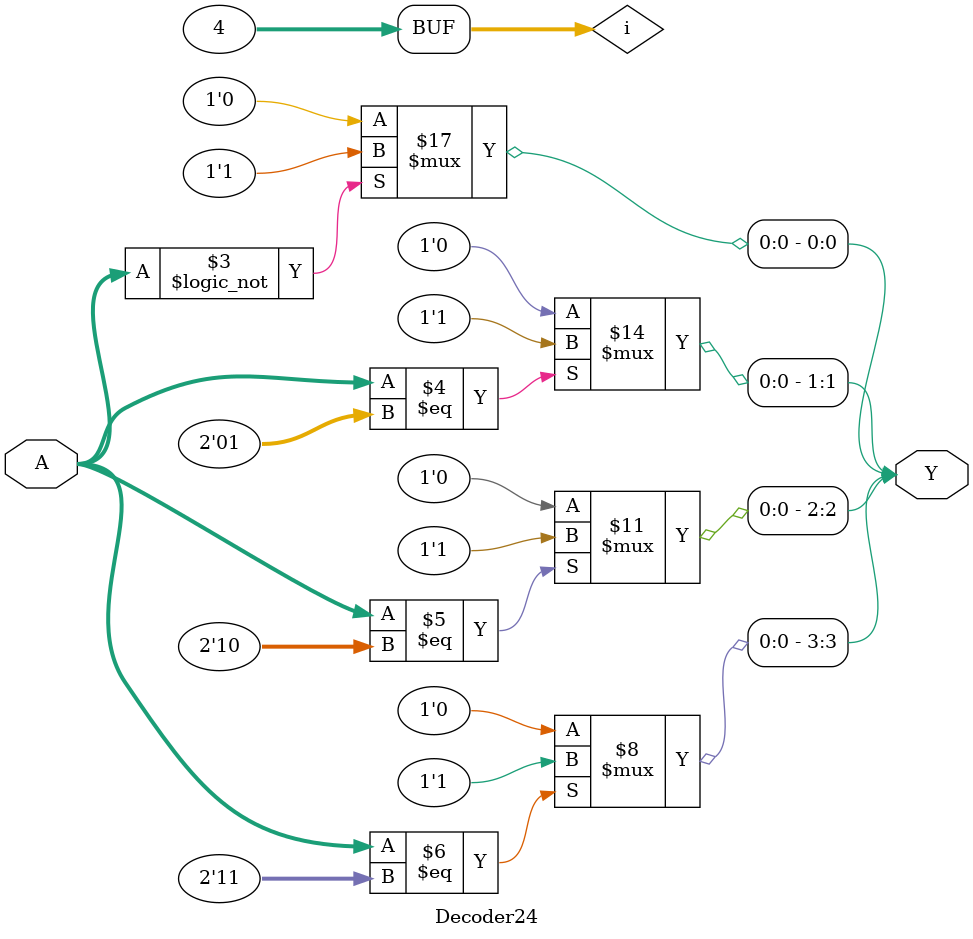
<source format=v>
`timescale 1ns / 1ps


module Decoder24(Y, A);
    input [1:0]A;
    output reg[3:0] Y;
    integer i;

    always @(A) begin
        Y = 4'b0000;
        for(i = 0; i <=3; i = i + 1)
            if(A == i) // ==逻辑相等 ===逻辑全等
                Y[i] = 1;
            else
                Y[i] = 0;
    end
endmodule

</source>
